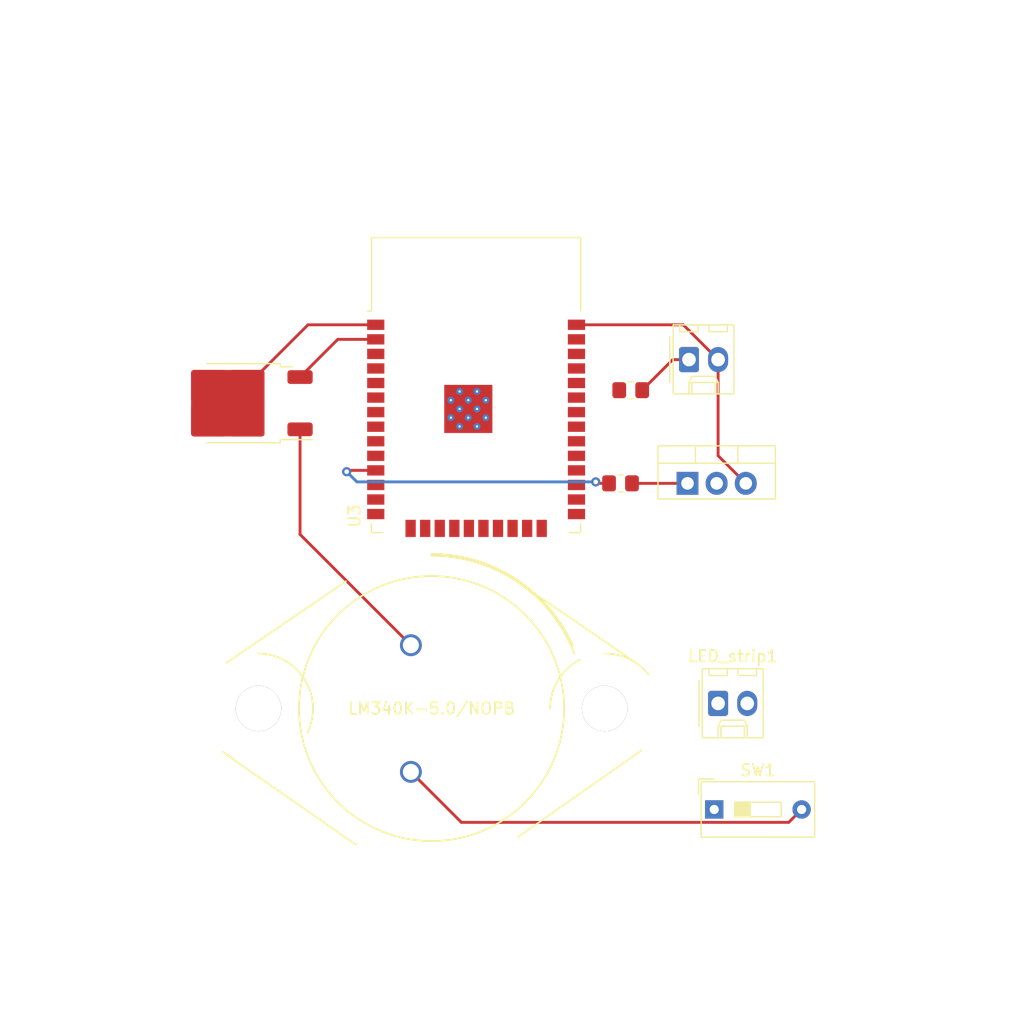
<source format=kicad_pcb>
(kicad_pcb (version 20221018) (generator pcbnew)
  (layers (0 "F.Cu" signal) (31 "B.Cu" signal) (34 "B.Paste" user) (35 "F.Paste" user) (36 "B.SilkS" user "B.Silkscreen") (37 "F.SilkS" user "F.Silkscreen") (38 "B.Mask" user) (39 "F.Mask" user) (44 "Edge.Cuts" user))
  (net 0 "")
  (net 1 "Net-(J1-Pin_1)")
  (net 2 "GND")
  (net 3 "Net-(Q1-G)")
  (net 4 "Net-(LED_strip1--)")
  (net 5 "Net-(U3-IO26)")
  (net 6 "Net-(U3-IO23)")
  (net 7 "+12V")
  (net 8 "Net-(U1-IN)")
  (net 9 "Net-(U1-OUT)")
  (net 11 "Net-(U2-VO)")
  (footprint "footprints:LM340K-5.0&slash_NOPB" (layer "F.Cu") (at 124.7248 118.0051)
    (fp_text reference "U1" hide)
    (fp_text value "LM340K-5.0/NOPB" (at 1.8034 -5.5245) (layer "F.SilkS"))
    (fp_line (start -16.383 -1.7399) (end -15.4686 -1.1303) (stroke (width 0.1524)) (layer "F.SilkS"))
    (fp_line (start -16.129 -1.5367) (end -4.7752 6.3627) (stroke (width 0.1524)) (layer "F.SilkS"))
    (fp_line (start -16.0782 -9.5123) (end -5.6642 -16.6243) (stroke (width 0.1524)) (layer "F.SilkS"))
    (fp_line (start 8.7884 -16.9545) (end 10.8204 -15.5575) (stroke (width 0.1524)) (layer "F.SilkS"))
    (fp_line (start 9.2456 -16.6243) (end 19.7612 -9.4107) (stroke (width 0.1524)) (layer "F.SilkS"))
    (fp_line (start 9.3472 5.6769) (end 20.0914 -1.8669) (stroke (width 0.1524)) (layer "F.SilkS"))
    (fp_arc (start -13.335 -10.3251) (mid -9.26386 -8.06843) (end -9.020249 -3.420055) (stroke (width 0.1524)) (layer "F.SilkS"))
    (fp_arc (start 1.8034 -19.0119) (mid 9.149164 -16.835985) (end 14.124753 -11.01032) (stroke (width 0.1524)) (layer "F.SilkS"))
    (fp_arc (start 1.8034 -18.8595) (mid 9.356427 -16.514223) (end 14.252695 -10.303337) (stroke (width 0.1524)) (layer "F.SilkS"))
    (fp_arc (start 12.1412 -5.5245) (mid 12.826883 -7.996992) (end 14.688055 -9.763178) (stroke (width 0.1524)) (layer "F.SilkS"))
    (fp_arc (start 16.9418 -10.3251) (mid 19.046245 -9.839251) (end 20.724724 -8.480044) (stroke (width 0.1524)) (layer "F.SilkS"))
    (fp_circle (center 1.8034 -5.5245) (end 13.3604 -5.5245) (stroke (width 0.1524)) (fill none) (layer "F.SilkS"))
    (pad "1" thru_hole circle (at 0 0 90) (size 1.905 1.905) (drill 1.397) (layers "*.Cu" "*.Mask") (net 8 "Net-(U1-IN)"))
    (pad "2" thru_hole circle (at 0 -11.049 90) (size 1.905 1.905) (drill 1.397) (layers "*.Cu" "*.Mask") (net 9 "Net-(U1-OUT)"))
    (pad "3" thru_hole circle (at 16.891 -5.5245) (size 3.9624 3.9624) (drill 3.9624) (layers "*.Cu" "*.Mask") (net 2 "GND"))
    (pad "4" thru_hole circle (at -13.2842 -5.5245) (size 3.9624 3.9624) (drill 3.9624) (layers "*.Cu" "*.Mask"))
  )
  (footprint "Package_TO_SOT_THT:TO-220-3_Vertical" (layer "F.Cu") (at 148.844 92.837)
    (fp_text reference "Q1" hide)
    (fp_text value "IRLZ44N")
    (fp_line (start -2.58 -3.27) (end -2.58 1.371) (stroke (width 0.12)) (layer "F.SilkS"))
    (fp_line (start -2.58 -3.27) (end 7.66 -3.27) (stroke (width 0.12)) (layer "F.SilkS"))
    (fp_line (start -2.58 -1.76) (end 7.66 -1.76) (stroke (width 0.12)) (layer "F.SilkS"))
    (fp_line (start -2.58 1.371) (end 7.66 1.371) (stroke (width 0.12)) (layer "F.SilkS"))
    (fp_line (start 0.69 -3.27) (end 0.69 -1.76) (stroke (width 0.12)) (layer "F.SilkS"))
    (fp_line (start 4.391 -3.27) (end 4.391 -1.76) (stroke (width 0.12)) (layer "F.SilkS"))
    (fp_line (start 7.66 -3.27) (end 7.66 1.371) (stroke (width 0.12)) (layer "F.SilkS"))
    (pad "1" thru_hole rect (at 0 0) (size 1.905 2) (drill 1.1) (layers "*.Cu" "*.Mask") (net 3 "Net-(Q1-G)"))
    (pad "2" thru_hole oval (at 2.54 0) (size 1.905 2) (drill 1.1) (layers "*.Cu" "*.Mask") (net 4 "Net-(LED_strip1--)"))
    (pad "3" thru_hole oval (at 5.08 0) (size 1.905 2) (drill 1.1) (layers "*.Cu" "*.Mask") (net 2 "GND"))
  )
  (footprint "Resistor_SMD:R_0805_2012Metric_Pad1.20x1.40mm_HandSolder" (layer "F.Cu") (at 143.891 84.709)
    (fp_text reference "R2" hide)
    (fp_text value "R")
    (fp_line (start -0.227064 -0.735) (end 0.227064 -0.735) (stroke (width 0.12)) (layer "F.SilkS"))
    (fp_line (start -0.227064 0.735) (end 0.227064 0.735) (stroke (width 0.12)) (layer "F.SilkS"))
    (pad "1" smd roundrect (at -1 0) (size 1.2 1.4) (layers "F.Cu" "F.Paste" "F.Mask") (roundrect_rratio 0.208333) (net 6 "Net-(U3-IO23)"))
    (pad "2" smd roundrect (at 1 0) (size 1.2 1.4) (layers "F.Cu" "F.Paste" "F.Mask") (roundrect_rratio 0.208333) (net 1 "Net-(J1-Pin_1)"))
  )
  (footprint "Connector_Molex:Molex_KK-254_AE-6410-02A_1x02_P2.54mm_Vertical" (layer "F.Cu") (at 148.971 82.042)
    (fp_text reference "J1" hide)
    (fp_text value "LED")
    (fp_line (start -1.67 -2) (end -1.67 2) (stroke (width 0.12)) (layer "F.SilkS"))
    (fp_line (start -1.38 -3.03) (end -1.38 2.99) (stroke (width 0.12)) (layer "F.SilkS"))
    (fp_line (start -1.38 2.99) (end 3.92 2.99) (stroke (width 0.12)) (layer "F.SilkS"))
    (fp_line (start -0.8 -3.03) (end -0.8 -2.43) (stroke (width 0.12)) (layer "F.SilkS"))
    (fp_line (start -0.8 -2.43) (end 0.8 -2.43) (stroke (width 0.12)) (layer "F.SilkS"))
    (fp_line (start 0 1.99) (end 0.25 1.46) (stroke (width 0.12)) (layer "F.SilkS"))
    (fp_line (start 0 1.99) (end 2.54 1.99) (stroke (width 0.12)) (layer "F.SilkS"))
    (fp_line (start 0 2.99) (end 0 1.99) (stroke (width 0.12)) (layer "F.SilkS"))
    (fp_line (start 0.25 1.46) (end 2.29 1.46) (stroke (width 0.12)) (layer "F.SilkS"))
    (fp_line (start 0.25 2.99) (end 0.25 1.99) (stroke (width 0.12)) (layer "F.SilkS"))
    (fp_line (start 0.8 -2.43) (end 0.8 -3.03) (stroke (width 0.12)) (layer "F.SilkS"))
    (fp_line (start 1.74 -3.03) (end 1.74 -2.43) (stroke (width 0.12)) (layer "F.SilkS"))
    (fp_line (start 1.74 -2.43) (end 3.34 -2.43) (stroke (width 0.12)) (layer "F.SilkS"))
    (fp_line (start 2.29 1.46) (end 2.54 1.99) (stroke (width 0.12)) (layer "F.SilkS"))
    (fp_line (start 2.29 2.99) (end 2.29 1.99) (stroke (width 0.12)) (layer "F.SilkS"))
    (fp_line (start 2.54 1.99) (end 2.54 2.99) (stroke (width 0.12)) (layer "F.SilkS"))
    (fp_line (start 3.34 -2.43) (end 3.34 -3.03) (stroke (width 0.12)) (layer "F.SilkS"))
    (fp_line (start 3.92 -3.03) (end -1.38 -3.03) (stroke (width 0.12)) (layer "F.SilkS"))
    (fp_line (start 3.92 2.99) (end 3.92 -3.03) (stroke (width 0.12)) (layer "F.SilkS"))
    (pad "1" thru_hole roundrect (at 0 0) (size 1.74 2.19) (drill 1.19) (layers "*.Cu" "*.Mask") (roundrect_rratio 0.143678) (net 1 "Net-(J1-Pin_1)"))
    (pad "2" thru_hole oval (at 2.54 0) (size 1.74 2.19) (drill 1.19) (layers "*.Cu" "*.Mask") (net 2 "GND"))
  )
  (footprint "Resistor_SMD:R_0805_2012Metric_Pad1.20x1.40mm_HandSolder" (layer "F.Cu") (at 143.002 92.837)
    (fp_text reference "R1" hide)
    (fp_text value "R")
    (fp_line (start -0.227064 -0.735) (end 0.227064 -0.735) (stroke (width 0.12)) (layer "F.SilkS"))
    (fp_line (start -0.227064 0.735) (end 0.227064 0.735) (stroke (width 0.12)) (layer "F.SilkS"))
    (pad "1" smd roundrect (at -1 0) (size 1.2 1.4) (layers "F.Cu" "F.Paste" "F.Mask") (roundrect_rratio 0.208333) (net 5 "Net-(U3-IO26)"))
    (pad "2" smd roundrect (at 1 0) (size 1.2 1.4) (layers "F.Cu" "F.Paste" "F.Mask") (roundrect_rratio 0.208333) (net 3 "Net-(Q1-G)"))
  )
  (footprint "Package_TO_SOT_SMD:TO-252-2" (layer "F.Cu") (at 110.022 85.846 180)
    (fp_text reference "U2" hide)
    (fp_text value "LP2950-3.3_TO252")
    (fp_line (start -3.31 -3.45) (end -3.31 -3.18) (stroke (width 0.12)) (layer "F.SilkS"))
    (fp_line (start -3.31 -3.18) (end -6.14 -3.18) (stroke (width 0.12)) (layer "F.SilkS"))
    (fp_line (start -3.31 3.18) (end -4.41 3.18) (stroke (width 0.12)) (layer "F.SilkS"))
    (fp_line (start -3.31 3.45) (end -3.31 3.18) (stroke (width 0.12)) (layer "F.SilkS"))
    (fp_line (start 3.11 -3.45) (end -3.31 -3.45) (stroke (width 0.12)) (layer "F.SilkS"))
    (fp_line (start 3.11 3.45) (end -3.31 3.45) (stroke (width 0.12)) (layer "F.SilkS"))
    (pad "1" smd roundrect (at -5.04 -2.28 180) (size 2.2 1.2) (layers "F.Cu" "F.Paste" "F.Mask") (roundrect_rratio 0.208333) (net 9 "Net-(U1-OUT)"))
    (pad "2" smd roundrect (at -0.415 -1.525 180) (size 3.05 2.75) (layers "F.Cu" "F.Paste") (roundrect_rratio 0.090909) (net 2 "GND"))
    (pad "2" smd roundrect (at -0.415 1.525 180) (size 3.05 2.75) (layers "F.Cu" "F.Paste") (roundrect_rratio 0.090909) (net 2 "GND"))
    (pad "2" smd roundrect (at 1.26 0 180) (size 6.4 5.8) (layers "F.Cu" "F.Mask") (roundrect_rratio 0.043103) (net 2 "GND"))
    (pad "2" smd roundrect (at 2.935 -1.525 180) (size 3.05 2.75) (layers "F.Cu" "F.Paste") (roundrect_rratio 0.090909) (net 2 "GND"))
    (pad "2" smd roundrect (at 2.935 1.525 180) (size 3.05 2.75) (layers "F.Cu" "F.Paste") (roundrect_rratio 0.090909) (net 2 "GND"))
    (pad "3" smd roundrect (at -5.04 2.28 180) (size 2.2 1.2) (layers "F.Cu" "F.Paste" "F.Mask") (roundrect_rratio 0.208333) (net 11 "Net-(U2-VO)"))
  )
  (footprint "Connector_Molex:Molex_KK-254_AE-6410-02A_1x02_P2.54mm_Vertical" (layer "F.Cu") (at 151.511 112.034)
    (fp_text reference "LED_strip1" (at 1.27 -4.12) (layer "F.SilkS"))
    (fp_text value "~")
    (fp_line (start -1.67 -2) (end -1.67 2) (stroke (width 0.12)) (layer "F.SilkS"))
    (fp_line (start -1.38 -3.03) (end -1.38 2.99) (stroke (width 0.12)) (layer "F.SilkS"))
    (fp_line (start -1.38 2.99) (end 3.92 2.99) (stroke (width 0.12)) (layer "F.SilkS"))
    (fp_line (start -0.8 -3.03) (end -0.8 -2.43) (stroke (width 0.12)) (layer "F.SilkS"))
    (fp_line (start -0.8 -2.43) (end 0.8 -2.43) (stroke (width 0.12)) (layer "F.SilkS"))
    (fp_line (start 0 1.99) (end 0.25 1.46) (stroke (width 0.12)) (layer "F.SilkS"))
    (fp_line (start 0 1.99) (end 2.54 1.99) (stroke (width 0.12)) (layer "F.SilkS"))
    (fp_line (start 0 2.99) (end 0 1.99) (stroke (width 0.12)) (layer "F.SilkS"))
    (fp_line (start 0.25 1.46) (end 2.29 1.46) (stroke (width 0.12)) (layer "F.SilkS"))
    (fp_line (start 0.25 2.99) (end 0.25 1.99) (stroke (width 0.12)) (layer "F.SilkS"))
    (fp_line (start 0.8 -2.43) (end 0.8 -3.03) (stroke (width 0.12)) (layer "F.SilkS"))
    (fp_line (start 1.74 -3.03) (end 1.74 -2.43) (stroke (width 0.12)) (layer "F.SilkS"))
    (fp_line (start 1.74 -2.43) (end 3.34 -2.43) (stroke (width 0.12)) (layer "F.SilkS"))
    (fp_line (start 2.29 1.46) (end 2.54 1.99) (stroke (width 0.12)) (layer "F.SilkS"))
    (fp_line (start 2.29 2.99) (end 2.29 1.99) (stroke (width 0.12)) (layer "F.SilkS"))
    (fp_line (start 2.54 1.99) (end 2.54 2.99) (stroke (width 0.12)) (layer "F.SilkS"))
    (fp_line (start 3.34 -2.43) (end 3.34 -3.03) (stroke (width 0.12)) (layer "F.SilkS"))
    (fp_line (start 3.92 -3.03) (end -1.38 -3.03) (stroke (width 0.12)) (layer "F.SilkS"))
    (fp_line (start 3.92 2.99) (end 3.92 -3.03) (stroke (width 0.12)) (layer "F.SilkS"))
    (pad "1" thru_hole roundrect (at 0 0) (size 1.74 2.19) (drill 1.19) (layers "*.Cu" "*.Mask") (roundrect_rratio 0.143678))
    (pad "2" thru_hole oval (at 2.54 0) (size 1.74 2.19) (drill 1.19) (layers "*.Cu" "*.Mask"))
  )
  (footprint "RF_Module:ESP32-WROOM-32" (layer "F.Cu") (at 130.411 87.255)
    (fp_text reference "U3" (at -10.61 8.43 90) (layer "F.SilkS"))
    (fp_text value "ESP32-WROOM-32")
    (fp_line (start -9.12 -15.86) (end -9.12 -9.445) (stroke (width 0.12)) (layer "F.SilkS"))
    (fp_line (start -9.12 -15.86) (end 9.12 -15.86) (stroke (width 0.12)) (layer "F.SilkS"))
    (fp_line (start -9.12 -9.445) (end -9.5 -9.445) (stroke (width 0.12)) (layer "F.SilkS"))
    (fp_line (start -9.12 9.1) (end -9.12 9.88) (stroke (width 0.12)) (layer "F.SilkS"))
    (fp_line (start -9.12 9.88) (end -8.12 9.88) (stroke (width 0.12)) (layer "F.SilkS"))
    (fp_line (start 9.12 -15.86) (end 9.12 -9.445) (stroke (width 0.12)) (layer "F.SilkS"))
    (fp_line (start 9.12 9.1) (end 9.12 9.88) (stroke (width 0.12)) (layer "F.SilkS"))
    (fp_line (start 9.12 9.88) (end 8.12 9.88) (stroke (width 0.12)) (layer "F.SilkS"))
    (pad "1" smd rect (at -8.75 -8.25) (size 1.5 0.9) (layers "F.Cu" "F.Paste" "F.Mask") (net 2 "GND"))
    (pad "2" smd rect (at -8.75 -6.98) (size 1.5 0.9) (layers "F.Cu" "F.Paste" "F.Mask") (net 11 "Net-(U2-VO)"))
    (pad "3" smd rect (at -8.75 -5.71) (size 1.5 0.9) (layers "F.Cu" "F.Paste" "F.Mask"))
    (pad "4" smd rect (at -8.75 -4.44) (size 1.5 0.9) (layers "F.Cu" "F.Paste" "F.Mask"))
    (pad "5" smd rect (at -8.75 -3.17) (size 1.5 0.9) (layers "F.Cu" "F.Paste" "F.Mask"))
    (pad "6" smd rect (at -8.75 -1.9) (size 1.5 0.9) (layers "F.Cu" "F.Paste" "F.Mask"))
    (pad "7" smd rect (at -8.75 -0.63) (size 1.5 0.9) (layers "F.Cu" "F.Paste" "F.Mask"))
    (pad "8" smd rect (at -8.75 0.64) (size 1.5 0.9) (layers "F.Cu" "F.Paste" "F.Mask"))
    (pad "9" smd rect (at -8.75 1.91) (size 1.5 0.9) (layers "F.Cu" "F.Paste" "F.Mask"))
    (pad "10" smd rect (at -8.75 3.18) (size 1.5 0.9) (layers "F.Cu" "F.Paste" "F.Mask"))
    (pad "11" smd rect (at -8.75 4.45) (size 1.5 0.9) (layers "F.Cu" "F.Paste" "F.Mask") (net 5 "Net-(U3-IO26)"))
    (pad "12" smd rect (at -8.75 5.72) (size 1.5 0.9) (layers "F.Cu" "F.Paste" "F.Mask"))
    (pad "13" smd rect (at -8.75 6.99) (size 1.5 0.9) (layers "F.Cu" "F.Paste" "F.Mask"))
    (pad "14" smd rect (at -8.75 8.26) (size 1.5 0.9) (layers "F.Cu" "F.Paste" "F.Mask"))
    (pad "15" smd rect (at -5.71 9.51 90) (size 1.5 0.9) (layers "F.Cu" "F.Paste" "F.Mask") (net 2 "GND"))
    (pad "16" smd rect (at -4.44 9.51 90) (size 1.5 0.9) (layers "F.Cu" "F.Paste" "F.Mask"))
    (pad "17" smd rect (at -3.17 9.51 90) (size 1.5 0.9) (layers "F.Cu" "F.Paste" "F.Mask"))
    (pad "18" smd rect (at -1.9 9.51 90) (size 1.5 0.9) (layers "F.Cu" "F.Paste" "F.Mask"))
    (pad "19" smd rect (at -0.63 9.51 90) (size 1.5 0.9) (layers "F.Cu" "F.Paste" "F.Mask"))
    (pad "20" smd rect (at 0.64 9.51 90) (size 1.5 0.9) (layers "F.Cu" "F.Paste" "F.Mask"))
    (pad "21" smd rect (at 1.91 9.51 90) (size 1.5 0.9) (layers "F.Cu" "F.Paste" "F.Mask"))
    (pad "22" smd rect (at 3.18 9.51 90) (size 1.5 0.9) (layers "F.Cu" "F.Paste" "F.Mask"))
    (pad "23" smd rect (at 4.45 9.51 90) (size 1.5 0.9) (layers "F.Cu" "F.Paste" "F.Mask"))
    (pad "24" smd rect (at 5.72 9.51 90) (size 1.5 0.9) (layers "F.Cu" "F.Paste" "F.Mask"))
    (pad "25" smd rect (at 8.75 8.26) (size 1.5 0.9) (layers "F.Cu" "F.Paste" "F.Mask"))
    (pad "26" smd rect (at 8.75 6.99) (size 1.5 0.9) (layers "F.Cu" "F.Paste" "F.Mask"))
    (pad "27" smd rect (at 8.75 5.72) (size 1.5 0.9) (layers "F.Cu" "F.Paste" "F.Mask"))
    (pad "28" smd rect (at 8.75 4.45) (size 1.5 0.9) (layers "F.Cu" "F.Paste" "F.Mask"))
    (pad "29" smd rect (at 8.75 3.18) (size 1.5 0.9) (layers "F.Cu" "F.Paste" "F.Mask"))
    (pad "30" smd rect (at 8.75 1.91) (size 1.5 0.9) (layers "F.Cu" "F.Paste" "F.Mask"))
    (pad "31" smd rect (at 8.75 0.64) (size 1.5 0.9) (layers "F.Cu" "F.Paste" "F.Mask"))
    (pad "32" smd rect (at 8.75 -0.63) (size 1.5 0.9) (layers "F.Cu" "F.Paste" "F.Mask"))
    (pad "33" smd rect (at 8.75 -1.9) (size 1.5 0.9) (layers "F.Cu" "F.Paste" "F.Mask"))
    (pad "34" smd rect (at 8.75 -3.17) (size 1.5 0.9) (layers "F.Cu" "F.Paste" "F.Mask"))
    (pad "35" smd rect (at 8.75 -4.44) (size 1.5 0.9) (layers "F.Cu" "F.Paste" "F.Mask"))
    (pad "36" smd rect (at 8.75 -5.71) (size 1.5 0.9) (layers "F.Cu" "F.Paste" "F.Mask"))
    (pad "37" smd rect (at 8.75 -6.98) (size 1.5 0.9) (layers "F.Cu" "F.Paste" "F.Mask") (net 6 "Net-(U3-IO23)"))
    (pad "38" smd rect (at 8.75 -8.25) (size 1.5 0.9) (layers "F.Cu" "F.Paste" "F.Mask") (net 2 "GND"))
    (pad "39" smd rect (at -2.205 -2.435) (size 1.05 1.05) (layers "F.Cu" "F.Paste") (net 2 "GND"))
    (pad "39" thru_hole circle (at -2.205 -1.6725) (size 0.6 0.6) (drill 0.2) (property pad_prop_heatsink) (layers "*.Cu" "F.Mask") (net 2 "GND"))
    (pad "39" smd rect (at -2.205 -0.91) (size 1.05 1.05) (layers "F.Cu" "F.Paste") (net 2 "GND"))
    (pad "39" thru_hole circle (at -2.205 -0.1475) (size 0.6 0.6) (drill 0.2) (property pad_prop_heatsink) (layers "*.Cu" "F.Mask") (net 2 "GND"))
    (pad "39" smd rect (at -2.205 0.615) (size 1.05 1.05) (layers "F.Cu" "F.Paste") (net 2 "GND"))
    (pad "39" thru_hole circle (at -1.4425 -2.435) (size 0.6 0.6) (drill 0.2) (property pad_prop_heatsink) (layers "*.Cu" "F.Mask") (net 2 "GND"))
    (pad "39" thru_hole circle (at -1.4425 -0.91) (size 0.6 0.6) (drill 0.2) (property pad_prop_heatsink) (layers "*.Cu" "F.Mask") (net 2 "GND"))
    (pad "39" thru_hole circle (at -1.4425 0.615) (size 0.6 0.6) (drill 0.2) (property pad_prop_heatsink) (layers "*.Cu" "F.Mask") (net 2 "GND"))
    (pad "39" smd rect (at -0.68 -2.435) (size 1.05 1.05) (layers "F.Cu" "F.Paste") (net 2 "GND"))
    (pad "39" thru_hole circle (at -0.68 -1.6725) (size 0.6 0.6) (drill 0.2) (property pad_prop_heatsink) (layers "*.Cu" "F.Mask") (net 2 "GND"))
    (pad "39" smd rect (at -0.68 -0.91) (size 1.05 1.05) (layers "F.Cu" "F.Paste") (net 2 "GND"))
    (pad "39" smd rect (at -0.68 -0.91) (size 4.2 4.2) (layers "F.Cu" "F.Mask") (net 2 "GND"))
    (pad "39" thru_hole circle (at -0.68 -0.1475) (size 0.6 0.6) (drill 0.2) (property pad_prop_heatsink) (layers "*.Cu" "F.Mask") (net 2 "GND"))
    (pad "39" smd rect (at -0.68 0.615) (size 1.05 1.05) (layers "F.Cu" "F.Paste") (net 2 "GND"))
    (pad "39" thru_hole circle (at 0.0825 -2.435) (size 0.6 0.6) (drill 0.2) (property pad_prop_heatsink) (layers "*.Cu" "F.Mask") (net 2 "GND"))
    (pad "39" thru_hole circle (at 0.0825 -0.91) (size 0.6 0.6) (drill 0.2) (property pad_prop_heatsink) (layers "*.Cu" "F.Mask") (net 2 "GND"))
    (pad "39" thru_hole circle (at 0.0825 0.615) (size 0.6 0.6) (drill 0.2) (property pad_prop_heatsink) (layers "*.Cu" "F.Mask") (net 2 "GND"))
    (pad "39" smd rect (at 0.845 -2.435) (size 1.05 1.05) (layers "F.Cu" "F.Paste") (net 2 "GND"))
    (pad "39" thru_hole circle (at 0.845 -1.6725) (size 0.6 0.6) (drill 0.2) (property pad_prop_heatsink) (layers "*.Cu" "F.Mask") (net 2 "GND"))
    (pad "39" smd rect (at 0.845 -0.91) (size 1.05 1.05) (layers "F.Cu" "F.Paste") (net 2 "GND"))
    (pad "39" thru_hole circle (at 0.845 -0.1475) (size 0.6 0.6) (drill 0.2) (property pad_prop_heatsink) (layers "*.Cu" "F.Mask") (net 2 "GND"))
    (pad "39" smd rect (at 0.845 0.615) (size 1.05 1.05) (layers "F.Cu" "F.Paste") (net 2 "GND"))
  )
  (footprint "Button_Switch_THT:SW_DIP_SPSTx01_Slide_9.78x4.72mm_W7.62mm_P2.54mm" (layer "F.Cu") (at 151.1725 121.285)
    (fp_text reference "SW1" (at 3.81 -3.42) (layer "F.SilkS"))
    (fp_text value "SW_DIP_x01")
    (fp_line (start -1.38 -2.66) (end -1.38 -1.277) (stroke (width 0.12)) (layer "F.SilkS"))
    (fp_line (start -1.38 -2.66) (end 0.004 -2.66) (stroke (width 0.12)) (layer "F.SilkS"))
    (fp_line (start -1.14 -2.42) (end -1.14 2.42) (stroke (width 0.12)) (layer "F.SilkS"))
    (fp_line (start -1.14 -2.42) (end 8.76 -2.42) (stroke (width 0.12)) (layer "F.SilkS"))
    (fp_line (start -1.14 2.42) (end 8.76 2.42) (stroke (width 0.12)) (layer "F.SilkS"))
    (fp_line (start 1.78 -0.635) (end 1.78 0.635) (stroke (width 0.12)) (layer "F.SilkS"))
    (fp_line (start 1.78 -0.515) (end 3.133333 -0.515) (stroke (width 0.12)) (layer "F.SilkS"))
    (fp_line (start 1.78 -0.395) (end 3.133333 -0.395) (stroke (width 0.12)) (layer "F.SilkS"))
    (fp_line (start 1.78 -0.275) (end 3.133333 -0.275) (stroke (width 0.12)) (layer "F.SilkS"))
    (fp_line (start 1.78 -0.155) (end 3.133333 -0.155) (stroke (width 0.12)) (layer "F.SilkS"))
    (fp_line (start 1.78 -0.035) (end 3.133333 -0.035) (stroke (width 0.12)) (layer "F.SilkS"))
    (fp_line (start 1.78 0.085) (end 3.133333 0.085) (stroke (width 0.12)) (layer "F.SilkS"))
    (fp_line (start 1.78 0.205) (end 3.133333 0.205) (stroke (width 0.12)) (layer "F.SilkS"))
    (fp_line (start 1.78 0.325) (end 3.133333 0.325) (stroke (width 0.12)) (layer "F.SilkS"))
    (fp_line (start 1.78 0.445) (end 3.133333 0.445) (stroke (width 0.12)) (layer "F.SilkS"))
    (fp_line (start 1.78 0.565) (end 3.133333 0.565) (stroke (width 0.12)) (layer "F.SilkS"))
    (fp_line (start 1.78 0.635) (end 5.84 0.635) (stroke (width 0.12)) (layer "F.SilkS"))
    (fp_line (start 3.133333 -0.635) (end 3.133333 0.635) (stroke (width 0.12)) (layer "F.SilkS"))
    (fp_line (start 5.84 -0.635) (end 1.78 -0.635) (stroke (width 0.12)) (layer "F.SilkS"))
    (fp_line (start 5.84 0.635) (end 5.84 -0.635) (stroke (width 0.12)) (layer "F.SilkS"))
    (fp_line (start 8.76 -2.42) (end 8.76 2.42) (stroke (width 0.12)) (layer "F.SilkS"))
    (pad "1" thru_hole rect (at 0 0) (size 1.6 1.6) (drill 0.8) (layers "*.Cu" "*.Mask") (net 7 "+12V"))
    (pad "2" thru_hole oval (at 7.62 0) (size 1.6 1.6) (drill 0.8) (layers "*.Cu" "*.Mask") (net 8 "Net-(U1-IN)"))
  )
  (segment (start 148.971 82.042) (end 147.558 82.042) (width 0.25) (layer "F.Cu") (net 1))
  (segment (start 147.558 82.042) (end 144.891 84.709) (width 0.25) (layer "F.Cu") (net 1))
  (segment (start 151.511 82.042) (end 151.511 90.424) (width 0.25) (layer "F.Cu") (net 2))
  (segment (start 148.474 79.005) (end 139.161 79.005) (width 0.25) (layer "F.Cu") (net 2))
  (segment (start 110.437 84.321) (end 115.753 79.005) (width 0.25) (layer "F.Cu") (net 2))
  (segment (start 151.511 82.042) (end 148.474 79.005) (width 0.25) (layer "F.Cu") (net 2))
  (segment (start 151.511 90.424) (end 153.924 92.837) (width 0.25) (layer "F.Cu") (net 2))
  (segment (start 115.753 79.005) (end 121.661 79.005) (width 0.25) (layer "F.Cu") (net 2))
  (segment (start 144.002 92.837) (end 148.844 92.837) (width 0.25) (layer "F.Cu") (net 3))
  (segment (start 119.242 91.705) (end 121.661 91.705) (width 0.25) (layer "F.Cu") (net 5))
  (segment (start 119.126 91.821) (end 119.242 91.705) (width 0.25) (layer "F.Cu") (net 5))
  (segment (start 142.002 92.837) (end 140.97 92.837) (width 0.25) (layer "F.Cu") (net 5))
  (segment (start 140.97 92.837) (end 140.843 92.71) (width 0.25) (layer "F.Cu") (net 5))
  (via (at 140.843 92.71) (size 0.8) (drill 0.4) (layers "F.Cu" "B.Cu") (net 5))
  (via (at 119.126 91.821) (size 0.8) (drill 0.4) (layers "F.Cu" "B.Cu") (net 5))
  (segment (start 120.015 92.71) (end 119.126 91.821) (width 0.25) (layer "B.Cu") (net 5))
  (segment (start 140.843 92.71) (end 120.015 92.71) (width 0.25) (layer "B.Cu") (net 5))
  (segment (start 158.7925 121.285) (end 157.6675 122.41) (width 0.25) (layer "F.Cu") (net 8))
  (segment (start 157.6675 122.41) (end 129.1297 122.41) (width 0.25) (layer "F.Cu") (net 8))
  (segment (start 129.1297 122.41) (end 124.7248 118.0051) (width 0.25) (layer "F.Cu") (net 8))
  (segment (start 115.062 88.126) (end 115.062 97.2933) (width 0.25) (layer "F.Cu") (net 9))
  (segment (start 115.062 97.2933) (end 124.7248 106.9561) (width 0.25) (layer "F.Cu") (net 9))
  (segment (start 115.062 83.566) (end 118.353 80.275) (width 0.25) (layer "F.Cu") (net 11))
  (segment (start 118.353 80.275) (end 121.661 80.275) (width 0.25) (layer "F.Cu") (net 11))
)
</source>
